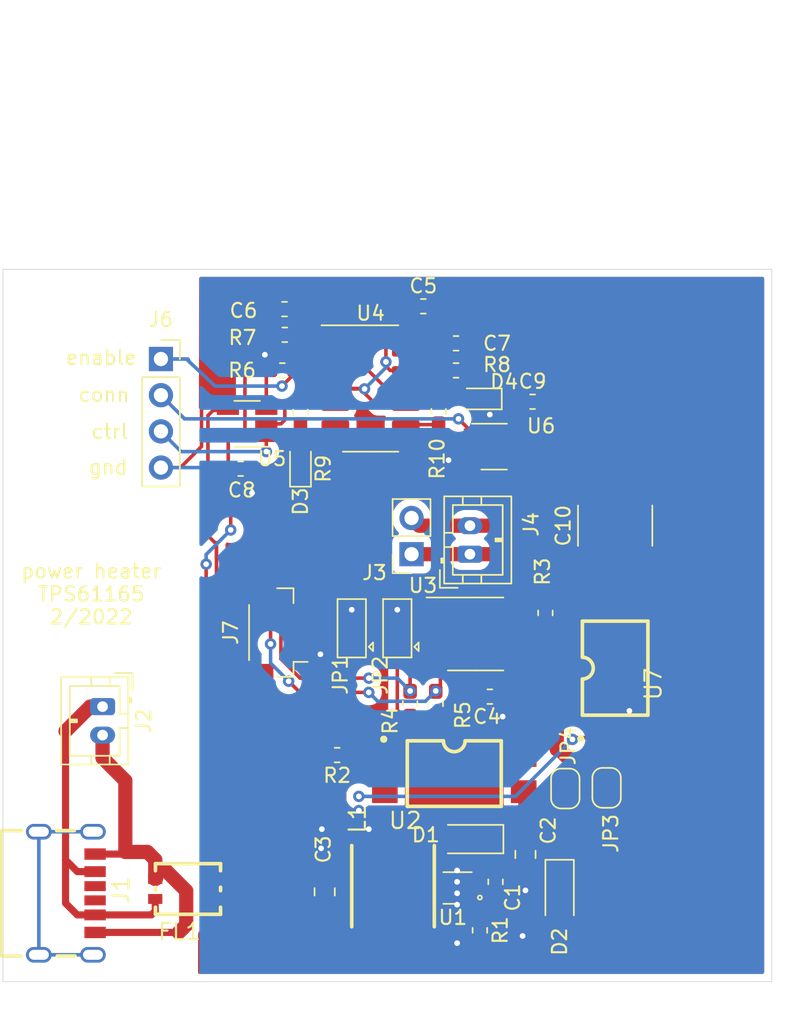
<source format=kicad_pcb>
(kicad_pcb (version 20171130) (host pcbnew "(5.1.5-0)")
  (layers (0 F.Cu signal) (31 B.Cu signal) (34 B.Paste user) (35 F.Paste user) (36 B.SilkS user) (37 F.SilkS user) (38 B.Mask user) (39 F.Mask user) (44 Edge.Cuts user))
  (net 0 "")
  (net 1 GND)
  (net 2 "Net-(C1-Pad1)")
  (net 3 "Net-(C2-Pad1)")
  (net 4 +5VD)
  (net 5 "Net-(D1-Pad2)")
  (net 6 "Net-(FL1-Pad1)")
  (net 7 "Net-(FL1-Pad2)")
  (net 8 "Net-(J1-PadA5)")
  (net 9 "Net-(J1-PadB5)")
  (net 10 "Net-(J1-Pad0)")
  (net 11 "Net-(C4-Pad1)")
  (net 12 /scl)
  (net 13 /sda)
  (net 14 "Net-(R3-Pad2)")
  (net 15 "Net-(JP2-Pad2)")
  (net 16 "Net-(JP1-Pad2)")
  (net 17 "Net-(D2-Pad2)")
  (net 18 "Net-(D2-Pad1)")
  (net 19 "Net-(U4-Pad8)")
  (net 20 "Net-(U4-Pad6)")
  (net 21 "Net-(C6-Pad1)")
  (net 22 "Net-(C7-Pad1)")
  (net 23 /Sheet620B7983/en_in)
  (net 24 /Sheet620B7983/connect_in)
  (net 25 /Sheet620B7983/ctrl_out)
  (net 26 /Sheet620B7983/ctrl_in)
  (net 27 /Sheet620B7983/connect_out)
  (net 28 "Net-(D3-Pad2)")
  (net 29 "Net-(D4-Pad2)")
  (net 30 "Net-(R9-Pad1)")
  (net 31 "Net-(R10-Pad1)")
  (net 32 "Net-(C10-Pad2)")
  (net 33 "Net-(C10-Pad1)")
  (net 34 "Net-(JP3-Pad2)")
  (net 35 "Net-(R2-Pad1)")
  (net 36 "Net-(U2-Pad2)")
  (module 0my_footprints:FILTER-SMD_4P-L4.5-W3.2-BL_CMF4532L_1812 (layer F.Cu) (at 129 83.5 180)
    (fp_text reference FL1 (at -1 -3) (layer F.SilkS) (effects (font (size 1.143 1.143) (thickness 0.152)) (justify right)))
    (fp_text value EMI_Filter_LL hide)
    (pad 2 smd rect (at 2.3 -0.7 180) (size 1 0.7) (layers F.Cu F.Paste F.Mask) (net 7 "Net-(FL1-Pad2)"))
    (pad 3 smd rect (at -2.3 -0.7 180) (size 1 0.7) (layers F.Cu F.Paste F.Mask) (net 4 +5VD))
    (pad 4 smd rect (at -2.3 0.7 180) (size 1 0.7) (layers F.Cu F.Paste F.Mask) (net 1 GND))
    (pad 1 smd rect (at 2.3 0.7 180) (size 1 0.7) (layers F.Cu F.Paste F.Mask) (net 6 "Net-(FL1-Pad1)"))
  )
  (module 0my_footprints:SMD-4_L4.6-W6.4-P2.54-LS10.0-BR (layer F.Cu) (at 159 68 270)
    (fp_text reference U7 (at -0.134 -2.674 90) (layer F.SilkS) (effects (font (size 1.143 1.143) (thickness 0.152)) (justify right)))
    (fp_text value KAQY212A hide)
    (pad 4 smd rect (at -4.876 1.27 270) (size 1.8 1.6) (layers F.Cu F.Paste F.Mask) (net 34 "Net-(JP3-Pad2)"))
    (pad 3 smd rect (at -4.876 -1.27 270) (size 1.8 1.6) (layers F.Cu F.Paste F.Mask) (net 32 "Net-(C10-Pad2)"))
    (pad 2 smd rect (at 4.876 -1.27 270) (size 1.8 1.6) (layers F.Cu F.Paste F.Mask) (net 1 GND))
    (pad 1 smd rect (at 4.876 1.27 270) (size 1.8 1.6) (layers F.Cu F.Paste F.Mask) (net 36 "Net-(U2-Pad2)"))
  )
  (module Resistor_SMD:R_0603_1608Metric_Pad1.05x0.95mm_HandSolder (layer F.Cu) (at 139.475 74.1 180)
    (fp_text reference R2 (at 0 -1.43) (layer F.SilkS))
    (fp_text value 200)
    (pad 2 smd roundrect (at 0.875 0 180) (size 1.05 0.95) (layers F.Cu F.Paste F.Mask) (net 27 /Sheet620B7983/connect_out))
    (pad 1 smd roundrect (at -0.875 0 180) (size 1.05 0.95) (layers F.Cu F.Paste F.Mask) (net 35 "Net-(R2-Pad1)"))
  )
  (module Capacitor_SMD:C_2220_5650Metric_Pad1.97x5.40mm_HandSolder (layer F.Cu) (at 159 58 90)
    (fp_text reference C10 (at 0 -3.65 90) (layer F.SilkS))
    (fp_text value 22uF)
    (pad 2 smd roundrect (at 2.6375 0 90) (size 1.975 5.4) (layers F.Cu F.Paste F.Mask) (roundrect_rratio 0.126582) (net 32 "Net-(C10-Pad2)"))
    (pad 1 smd roundrect (at -2.6375 0 90) (size 1.975 5.4) (layers F.Cu F.Paste F.Mask) (roundrect_rratio 0.126582) (net 33 "Net-(C10-Pad1)"))
  )
  (module Resistor_SMD:R_0603_1608Metric_Pad1.05x0.95mm_HandSolder (layer F.Cu) (at 146.6 49.975 90)
    (fp_text reference R10 (at -3.325 -0.1 90) (layer F.SilkS))
    (fp_text value 200)
    (pad 2 smd roundrect (at 0.875 0 90) (size 1.05 0.95) (layers F.Cu F.Paste F.Mask) (net 29 "Net-(D4-Pad2)"))
    (pad 1 smd roundrect (at -0.875 0 90) (size 1.05 0.95) (layers F.Cu F.Paste F.Mask) (net 31 "Net-(R10-Pad1)"))
  )
  (module Resistor_SMD:R_0603_1608Metric_Pad1.05x0.95mm_HandSolder (layer F.Cu) (at 136.9 50.025 270)
    (fp_text reference R9 (at 3.975 -1.6 270) (layer F.SilkS))
    (fp_text value 200)
    (pad 2 smd roundrect (at 0.875 0 270) (size 1.05 0.95) (layers F.Cu F.Paste F.Mask) (net 28 "Net-(D3-Pad2)"))
    (pad 1 smd roundrect (at -0.875 0 270) (size 1.05 0.95) (layers F.Cu F.Paste F.Mask) (net 30 "Net-(R9-Pad1)"))
  )
  (module LED_SMD:LED_0603_1608Metric_Pad1.05x0.95mm_HandSolder (layer F.Cu) (at 149.375 49.1 180)
    (fp_text reference D4 (at -1.825 1.2) (layer F.SilkS))
    (fp_text value LED)
    (pad 2 smd roundrect (at 0.875 0 180) (size 1.05 0.95) (layers F.Cu F.Paste F.Mask) (net 29 "Net-(D4-Pad2)"))
    (pad 1 smd roundrect (at -0.875 0 180) (size 1.05 0.95) (layers F.Cu F.Paste F.Mask) (net 1 GND))
  )
  (module LED_SMD:LED_0603_1608Metric_Pad1.05x0.95mm_HandSolder (layer F.Cu) (at 136.9 53.6 90)
    (fp_text reference D3 (at -2.7 0 90) (layer F.SilkS))
    (fp_text value LED)
    (pad 2 smd roundrect (at 0.875 0 90) (size 1.05 0.95) (layers F.Cu F.Paste F.Mask) (net 28 "Net-(D3-Pad2)"))
    (pad 1 smd roundrect (at -0.875 0 90) (size 1.05 0.95) (layers F.Cu F.Paste F.Mask) (net 1 GND))
  )
  (module Connector_PinSocket_2.54mm:PinSocket_1x04_P2.54mm_Vertical (layer F.Cu) (at 127.1 46.3)
    (fp_text reference J6 (at 0 -2.77) (layer F.SilkS))
    (fp_text value Conn_01x04_Female)
    (pad 4 thru_hole oval (at 0 7.62) (size 1.7 1.7) (drill 1) (layers *.Cu *.Mask) (net 1 GND))
    (pad 3 thru_hole oval (at 0 5.08) (size 1.7 1.7) (drill 1) (layers *.Cu *.Mask) (net 26 /Sheet620B7983/ctrl_in))
    (pad 2 thru_hole oval (at 0 2.54) (size 1.7 1.7) (drill 1) (layers *.Cu *.Mask) (net 24 /Sheet620B7983/connect_in))
    (pad 1 thru_hole rect (at 0 0) (size 1.7 1.7) (drill 1) (layers *.Cu *.Mask) (net 23 /Sheet620B7983/en_in))
  )
  (module Package_TO_SOT_SMD:SOT-23-5_HandSoldering (layer F.Cu) (at 150.5 52.45)
    (fp_text reference U6 (at 3.3 -1.45) (layer F.SilkS))
    (fp_text value 74AHC1G08)
    (pad 5 smd rect (at 1.35 -0.95) (size 1.56 0.65) (layers F.Cu F.Paste F.Mask) (net 4 +5VD))
    (pad 4 smd rect (at 1.35 0.95) (size 1.56 0.65) (layers F.Cu F.Paste F.Mask) (net 27 /Sheet620B7983/connect_out))
    (pad 3 smd rect (at -1.35 0.95) (size 1.56 0.65) (layers F.Cu F.Paste F.Mask) (net 1 GND))
    (pad 2 smd rect (at -1.35 0) (size 1.56 0.65) (layers F.Cu F.Paste F.Mask) (net 31 "Net-(R10-Pad1)"))
    (pad 1 smd rect (at -1.35 -0.95) (size 1.56 0.65) (layers F.Cu F.Paste F.Mask) (net 24 /Sheet620B7983/connect_in))
  )
  (module Package_TO_SOT_SMD:SOT-23-5_HandSoldering (layer F.Cu) (at 133.15 50.85 180)
    (fp_text reference U5 (at -1.75 -2.45) (layer F.SilkS))
    (fp_text value 74AHC1G08)
    (pad 5 smd rect (at 1.35 -0.95 180) (size 1.56 0.65) (layers F.Cu F.Paste F.Mask) (net 4 +5VD))
    (pad 4 smd rect (at 1.35 0.95 180) (size 1.56 0.65) (layers F.Cu F.Paste F.Mask) (net 25 /Sheet620B7983/ctrl_out))
    (pad 3 smd rect (at -1.35 0.95 180) (size 1.56 0.65) (layers F.Cu F.Paste F.Mask) (net 1 GND))
    (pad 2 smd rect (at -1.35 0 180) (size 1.56 0.65) (layers F.Cu F.Paste F.Mask) (net 30 "Net-(R9-Pad1)"))
    (pad 1 smd rect (at -1.35 -0.95 180) (size 1.56 0.65) (layers F.Cu F.Paste F.Mask) (net 26 /Sheet620B7983/ctrl_in))
  )
  (module Resistor_SMD:R_0603_1608Metric_Pad1.05x0.95mm_HandSolder (layer F.Cu) (at 147.825 47.1)
    (fp_text reference R8 (at 2.875 -0.4) (layer F.SilkS))
    (fp_text value 1K)
    (pad 2 smd roundrect (at 0.875 0) (size 1.05 0.95) (layers F.Cu F.Paste F.Mask) (net 4 +5VD))
    (pad 1 smd roundrect (at -0.875 0) (size 1.05 0.95) (layers F.Cu F.Paste F.Mask) (net 22 "Net-(C7-Pad1)"))
  )
  (module Resistor_SMD:R_0603_1608Metric_Pad1.05x0.95mm_HandSolder (layer F.Cu) (at 135.8 44.6 180)
    (fp_text reference R7 (at 2.975 -0.2) (layer F.SilkS))
    (fp_text value 1K)
    (pad 2 smd roundrect (at 0.875 0 180) (size 1.05 0.95) (layers F.Cu F.Paste F.Mask) (net 4 +5VD))
    (pad 1 smd roundrect (at -0.875 0 180) (size 1.05 0.95) (layers F.Cu F.Paste F.Mask) (net 21 "Net-(C6-Pad1)"))
  )
  (module Resistor_SMD:R_0603_1608Metric_Pad1.05x0.95mm_HandSolder (layer F.Cu) (at 135.625 47.1)
    (fp_text reference R6 (at -2.825 0) (layer F.SilkS))
    (fp_text value 1K)
    (pad 2 smd roundrect (at 0.875 0) (size 1.05 0.95) (layers F.Cu F.Paste F.Mask) (net 23 /Sheet620B7983/en_in))
    (pad 1 smd roundrect (at -0.875 0) (size 1.05 0.95) (layers F.Cu F.Paste F.Mask) (net 1 GND))
  )
  (module Capacitor_SMD:C_0603_1608Metric_Pad1.05x0.95mm_HandSolder (layer F.Cu) (at 153.2 49.3)
    (fp_text reference C9 (at 0 -1.43) (layer F.SilkS))
    (fp_text value 100nF)
    (pad 2 smd roundrect (at 0.875 0) (size 1.05 0.95) (layers F.Cu F.Paste F.Mask) (net 1 GND))
    (pad 1 smd roundrect (at -0.875 0) (size 1.05 0.95) (layers F.Cu F.Paste F.Mask) (net 4 +5VD))
  )
  (module Capacitor_SMD:C_0603_1608Metric_Pad1.05x0.95mm_HandSolder (layer F.Cu) (at 132.7 54)
    (fp_text reference C8 (at 0.075 1.5) (layer F.SilkS))
    (fp_text value 100nF)
    (pad 2 smd roundrect (at 0.875 0) (size 1.05 0.95) (layers F.Cu F.Paste F.Mask) (net 1 GND))
    (pad 1 smd roundrect (at -0.875 0) (size 1.05 0.95) (layers F.Cu F.Paste F.Mask) (net 4 +5VD))
  )
  (module Capacitor_SMD:C_0603_1608Metric_Pad1.05x0.95mm_HandSolder (layer F.Cu) (at 147.825 45.2)
    (fp_text reference C7 (at 2.875 0) (layer F.SilkS))
    (fp_text value 100nF)
    (pad 2 smd roundrect (at 0.875 0) (size 1.05 0.95) (layers F.Cu F.Paste F.Mask) (net 1 GND))
    (pad 1 smd roundrect (at -0.875 0) (size 1.05 0.95) (layers F.Cu F.Paste F.Mask) (net 22 "Net-(C7-Pad1)"))
  )
  (module Capacitor_SMD:C_0603_1608Metric_Pad1.05x0.95mm_HandSolder (layer F.Cu) (at 135.775 42.8 180)
    (fp_text reference C6 (at 2.875 -0.1) (layer F.SilkS))
    (fp_text value 100nF)
    (pad 2 smd roundrect (at 0.875 0 180) (size 1.05 0.95) (layers F.Cu F.Paste F.Mask) (net 1 GND))
    (pad 1 smd roundrect (at -0.875 0 180) (size 1.05 0.95) (layers F.Cu F.Paste F.Mask) (net 21 "Net-(C6-Pad1)"))
  )
  (module Capacitor_SMD:C_0603_1608Metric_Pad1.05x0.95mm_HandSolder (layer F.Cu) (at 145.525 42.6)
    (fp_text reference C5 (at 0 -1.43) (layer F.SilkS))
    (fp_text value 100nF)
    (pad 2 smd roundrect (at 0.875 0) (size 1.05 0.95) (layers F.Cu F.Paste F.Mask) (net 1 GND))
    (pad 1 smd roundrect (at -0.875 0) (size 1.05 0.95) (layers F.Cu F.Paste F.Mask) (net 4 +5VD))
  )
  (module Package_SO:SOIC-14_3.9x8.7mm_P1.27mm (layer F.Cu) (at 141.825 48.37)
    (fp_text reference U4 (at 0 -5.28) (layer F.SilkS))
    (fp_text value 74HC74)
    (pad 14 smd roundrect (at 2.475 -3.81) (size 1.95 0.6) (layers F.Cu F.Paste F.Mask) (net 4 +5VD))
    (pad 13 smd roundrect (at 2.475 -2.54) (size 1.95 0.6) (layers F.Cu F.Paste F.Mask) (net 22 "Net-(C7-Pad1)"))
    (pad 12 smd roundrect (at 2.475 -1.27) (size 1.95 0.6) (layers F.Cu F.Paste F.Mask) (net 4 +5VD))
    (pad 11 smd roundrect (at 2.475 0) (size 1.95 0.6) (layers F.Cu F.Paste F.Mask) (net 23 /Sheet620B7983/en_in))
    (pad 10 smd roundrect (at 2.475 1.27) (size 1.95 0.6) (layers F.Cu F.Paste F.Mask) (net 4 +5VD))
    (pad 9 smd roundrect (at 2.475 2.54) (size 1.95 0.6) (layers F.Cu F.Paste F.Mask) (net 31 "Net-(R10-Pad1)"))
    (pad 8 smd roundrect (at 2.475 3.81) (size 1.95 0.6) (layers F.Cu F.Paste F.Mask) (net 19 "Net-(U4-Pad8)"))
    (pad 7 smd roundrect (at -2.475 3.81) (size 1.95 0.6) (layers F.Cu F.Paste F.Mask) (net 1 GND))
    (pad 6 smd roundrect (at -2.475 2.54) (size 1.95 0.6) (layers F.Cu F.Paste F.Mask) (net 20 "Net-(U4-Pad6)"))
    (pad 5 smd roundrect (at -2.475 1.27) (size 1.95 0.6) (layers F.Cu F.Paste F.Mask) (net 30 "Net-(R9-Pad1)"))
    (pad 4 smd roundrect (at -2.475 0) (size 1.95 0.6) (layers F.Cu F.Paste F.Mask) (net 4 +5VD))
    (pad 3 smd roundrect (at -2.475 -1.27) (size 1.95 0.6) (layers F.Cu F.Paste F.Mask) (net 23 /Sheet620B7983/en_in))
    (pad 2 smd roundrect (at -2.475 -2.54) (size 1.95 0.6) (layers F.Cu F.Paste F.Mask) (net 4 +5VD))
    (pad 1 smd roundrect (at -2.475 -3.81) (size 1.95 0.6) (layers F.Cu F.Paste F.Mask) (net 21 "Net-(C6-Pad1)"))
  )
  (module Package_SO:SOIC-8_3.9x4.9mm_P1.27mm (layer F.Cu) (at 149.2 65.6)
    (fp_text reference U3 (at -3.7 -3.4) (layer F.SilkS))
    (fp_text value INA219AIDR)
    (pad 8 smd roundrect (at 2.475 -1.905) (size 1.95 0.6) (layers F.Cu F.Paste F.Mask) (net 14 "Net-(R3-Pad2)"))
    (pad 7 smd roundrect (at 2.475 -0.635) (size 1.95 0.6) (layers F.Cu F.Paste F.Mask) (net 33 "Net-(C10-Pad1)"))
    (pad 6 smd roundrect (at 2.475 0.635) (size 1.95 0.6) (layers F.Cu F.Paste F.Mask) (net 1 GND))
    (pad 5 smd roundrect (at 2.475 1.905) (size 1.95 0.6) (layers F.Cu F.Paste F.Mask) (net 11 "Net-(C4-Pad1)"))
    (pad 4 smd roundrect (at -2.475 1.905) (size 1.95 0.6) (layers F.Cu F.Paste F.Mask) (net 12 /scl))
    (pad 3 smd roundrect (at -2.475 0.635) (size 1.95 0.6) (layers F.Cu F.Paste F.Mask) (net 13 /sda))
    (pad 2 smd roundrect (at -2.475 -0.635) (size 1.95 0.6) (layers F.Cu F.Paste F.Mask) (net 15 "Net-(JP2-Pad2)"))
    (pad 1 smd roundrect (at -2.475 -1.905) (size 1.95 0.6) (layers F.Cu F.Paste F.Mask) (net 16 "Net-(JP1-Pad2)"))
  )
  (module Jumper:SolderJumper-2_P1.3mm_Open_RoundedPad1.0x1.5mm (layer F.Cu) (at 155.5 76.45 90)
    (fp_text reference JP4 (at 3 0.2 90) (layer F.SilkS))
    (fp_text value Jumper_2_Open)
    (pad 2 smd custom (at 0.65 0 90) (size 1 0.5) (layers F.Cu F.Mask) (net 34 "Net-(JP3-Pad2)") (options (clearance outline) (anchor rect)) (primitives (gr_circle (center 0 0.25) (end 0.5 0.25) (width 0)) (gr_circle (center 0 -0.25) (end 0.5 -0.25) (width 0)) (gr_poly (pts (xy 0 -0.75) (xy -0.5 -0.75) (xy -0.5 0.75) (xy 0 0.75)) (width 0))))
    (pad 1 smd custom (at -0.65 0 90) (size 1 0.5) (layers F.Cu F.Mask) (net 18 "Net-(D2-Pad1)") (options (clearance outline) (anchor rect)) (primitives (gr_circle (center 0 0.25) (end 0.5 0.25) (width 0)) (gr_circle (center 0 -0.25) (end 0.5 -0.25) (width 0)) (gr_poly (pts (xy 0 -0.75) (xy 0.5 -0.75) (xy 0.5 0.75) (xy 0 0.75)) (width 0))))
  )
  (module Jumper:SolderJumper-2_P1.3mm_Open_RoundedPad1.0x1.5mm (layer F.Cu) (at 158.4 76.4 90)
    (fp_text reference JP3 (at -3.2 0.3 90) (layer F.SilkS))
    (fp_text value Jumper_2_Open)
    (pad 2 smd custom (at 0.65 0 90) (size 1 0.5) (layers F.Cu F.Mask) (net 34 "Net-(JP3-Pad2)") (options (clearance outline) (anchor rect)) (primitives (gr_circle (center 0 0.25) (end 0.5 0.25) (width 0)) (gr_circle (center 0 -0.25) (end 0.5 -0.25) (width 0)) (gr_poly (pts (xy 0 -0.75) (xy -0.5 -0.75) (xy -0.5 0.75) (xy 0 0.75)) (width 0))))
    (pad 1 smd custom (at -0.65 0 90) (size 1 0.5) (layers F.Cu F.Mask) (net 17 "Net-(D2-Pad2)") (options (clearance outline) (anchor rect)) (primitives (gr_circle (center 0 0.25) (end 0.5 0.25) (width 0)) (gr_circle (center 0 -0.25) (end 0.5 -0.25) (width 0)) (gr_poly (pts (xy 0 -0.75) (xy 0.5 -0.75) (xy 0.5 0.75) (xy 0 0.75)) (width 0))))
  )
  (module Diode_SMD:D_SOD-123 (layer F.Cu) (at 155.1 83.7 270)
    (fp_text reference D2 (at 3.5 0 90) (layer F.SilkS))
    (fp_text value BZT52C6V8)
    (pad 2 smd rect (at 1.65 0 270) (size 0.9 1.2) (layers F.Cu F.Paste F.Mask) (net 17 "Net-(D2-Pad2)"))
    (pad 1 smd rect (at -1.65 0 270) (size 0.9 1.2) (layers F.Cu F.Paste F.Mask) (net 18 "Net-(D2-Pad1)"))
  )
  (module 0my_footprints:SMD-4_L4.6-W6.4-P2.54-LS10.0-BR (layer F.Cu) (at 147.7 75.4 180)
    (fp_text reference U2 (at 2.2 -3.3) (layer F.SilkS) (effects (font (size 1.143 1.143) (thickness 0.152)) (justify right)))
    (fp_text value KAQY212A hide)
    (pad 4 smd rect (at -4.876 1.27 180) (size 1.8 1.6) (layers F.Cu F.Paste F.Mask) (net 14 "Net-(R3-Pad2)"))
    (pad 3 smd rect (at -4.876 -1.27 180) (size 1.8 1.6) (layers F.Cu F.Paste F.Mask) (net 3 "Net-(C2-Pad1)"))
    (pad 2 smd rect (at 4.876 -1.27 180) (size 1.8 1.6) (layers F.Cu F.Paste F.Mask) (net 36 "Net-(U2-Pad2)"))
    (pad 1 smd rect (at 4.876 1.27 180) (size 1.8 1.6) (layers F.Cu F.Paste F.Mask) (net 35 "Net-(R2-Pad1)"))
  )
  (module 0my_footprints:IND-SMD_L4.7-W4.7 (layer F.Cu) (at 143.4 83.3 90)
    (fp_text reference L1 (at 3.6 -2.5 90) (layer F.SilkS) (effects (font (size 1.143 1.143) (thickness 0.152)) (justify left)))
    (fp_text value 10uH hide)
    (pad 2 smd rect (at 1.7 0 90) (size 2 5.3) (layers F.Cu F.Paste F.Mask) (net 5 "Net-(D1-Pad2)"))
    (pad 1 smd rect (at -1.7 0 90) (size 2 5.3) (layers F.Cu F.Paste F.Mask) (net 4 +5VD))
  )
  (module Jumper:SolderJumper-3_P1.3mm_Open_Pad1.0x1.5mm (layer F.Cu) (at 143.7 65.2 90)
    (fp_text reference JP2 (at -3.3 -1.2 90) (layer F.SilkS))
    (fp_text value Jumper_3_Open)
    (pad 1 smd rect (at -1.3 0 90) (size 1 1.5) (layers F.Cu F.Mask) (net 11 "Net-(C4-Pad1)"))
    (pad 2 smd rect (at 0 0 90) (size 1 1.5) (layers F.Cu F.Mask) (net 15 "Net-(JP2-Pad2)"))
    (pad 3 smd rect (at 1.3 0 90) (size 1 1.5) (layers F.Cu F.Mask) (net 1 GND))
  )
  (module Jumper:SolderJumper-3_P1.3mm_Open_Pad1.0x1.5mm (layer F.Cu) (at 140.5 65.2 90)
    (fp_text reference JP1 (at -3.3 -0.8 90) (layer F.SilkS))
    (fp_text value Jumper_3_Open)
    (pad 1 smd rect (at -1.3 0 90) (size 1 1.5) (layers F.Cu F.Mask) (net 11 "Net-(C4-Pad1)"))
    (pad 2 smd rect (at 0 0 90) (size 1 1.5) (layers F.Cu F.Mask) (net 16 "Net-(JP1-Pad2)"))
    (pad 3 smd rect (at 1.3 0 90) (size 1 1.5) (layers F.Cu F.Mask) (net 1 GND))
  )
  (module Resistor_SMD:R_0603_1608Metric_Pad1.05x0.95mm_HandSolder (layer F.Cu) (at 146.4 70.5 270)
    (fp_text reference R5 (at 0.8 -1.9 90) (layer F.SilkS))
    (fp_text value 4.99K)
    (pad 2 smd roundrect (at 0.875 0 270) (size 1.05 0.95) (layers F.Cu F.Paste F.Mask) (net 11 "Net-(C4-Pad1)"))
    (pad 1 smd roundrect (at -0.875 0 270) (size 1.05 0.95) (layers F.Cu F.Paste F.Mask) (net 12 /scl))
  )
  (module Resistor_SMD:R_0603_1608Metric_Pad1.05x0.95mm_HandSolder (layer F.Cu) (at 144.6 70.5 270)
    (fp_text reference R4 (at 1.175 1.4 90) (layer F.SilkS))
    (fp_text value 4.99K)
    (pad 2 smd roundrect (at 0.875 0 270) (size 1.05 0.95) (layers F.Cu F.Paste F.Mask) (net 11 "Net-(C4-Pad1)"))
    (pad 1 smd roundrect (at -0.875 0 270) (size 1.05 0.95) (layers F.Cu F.Paste F.Mask) (net 13 /sda))
  )
  (module Resistor_SMD:R_0603_1608Metric_Pad1.05x0.95mm_HandSolder (layer F.Cu) (at 154.1 64.125 270)
    (fp_text reference R3 (at -2.9 0.2 90) (layer F.SilkS))
    (fp_text value 1)
    (pad 2 smd roundrect (at 0.875 0 270) (size 1.05 0.95) (layers F.Cu F.Paste F.Mask) (net 14 "Net-(R3-Pad2)"))
    (pad 1 smd roundrect (at -0.875 0 270) (size 1.05 0.95) (layers F.Cu F.Paste F.Mask) (net 33 "Net-(C10-Pad1)"))
  )
  (module Connector_JST:JST_SH_BM04B-SRSS-TB_1x04-1MP_P1.00mm_Vertical (layer F.Cu) (at 135.3 65.5 90)
    (fp_text reference J7 (at 0 -3.3 90) (layer F.SilkS))
    (fp_text value A1001WV-S-04P)
    (pad MP smd roundrect (at 2.8 -1.2 90) (size 1.2 1.8) (layers F.Cu F.Paste F.Mask) (roundrect_rratio 0.208333))
    (pad MP smd roundrect (at -2.8 -1.2 90) (size 1.2 1.8) (layers F.Cu F.Paste F.Mask) (roundrect_rratio 0.208333))
    (pad 4 smd roundrect (at 1.5 1.325 90) (size 0.6 1.55) (layers F.Cu F.Paste F.Mask) (net 12 /scl))
    (pad 3 smd roundrect (at 0.5 1.325 90) (size 0.6 1.55) (layers F.Cu F.Paste F.Mask) (net 13 /sda))
    (pad 2 smd roundrect (at -0.5 1.325 90) (size 0.6 1.55) (layers F.Cu F.Paste F.Mask) (net 11 "Net-(C4-Pad1)"))
    (pad 1 smd roundrect (at -1.5 1.325 90) (size 0.6 1.55) (layers F.Cu F.Paste F.Mask) (net 1 GND))
  )
  (module Capacitor_SMD:C_0603_1608Metric_Pad1.05x0.95mm_HandSolder (layer F.Cu) (at 150.2 70)
    (fp_text reference C4 (at -0.2 1.4) (layer F.SilkS))
    (fp_text value 100nF)
    (pad 2 smd roundrect (at 0.875 0) (size 1.05 0.95) (layers F.Cu F.Paste F.Mask) (net 1 GND))
    (pad 1 smd roundrect (at -0.875 0) (size 1.05 0.95) (layers F.Cu F.Paste F.Mask) (net 11 "Net-(C4-Pad1)"))
  )
  (module Package_SON:WSON-6-1EP_2x2mm_P0.65mm_EP1x1.6mm (layer F.Cu) (at 147.93 83.43 180)
    (fp_text reference U1 (at 0.33 -2.07) (layer F.SilkS))
    (fp_text value TPS61165)
    (pad 7 smd rect (at 0 0 180) (size 1 1.6) (layers F.Cu F.Mask) (net 1 GND))
    (pad 6 smd roundrect (at 0.8875 -0.65 180) (size 0.375 0.4) (layers F.Cu F.Paste F.Mask) (net 4 +5VD))
    (pad 5 smd roundrect (at 0.8875 0 180) (size 0.375 0.4) (layers F.Cu F.Paste F.Mask) (net 25 /Sheet620B7983/ctrl_out))
    (pad 4 smd roundrect (at 0.8875 0.65 180) (size 0.375 0.4) (layers F.Cu F.Paste F.Mask) (net 5 "Net-(D1-Pad2)"))
    (pad 3 smd roundrect (at -0.8875 0.65 180) (size 0.375 0.4) (layers F.Cu F.Paste F.Mask) (net 1 GND))
    (pad 2 smd roundrect (at -0.8875 0 180) (size 0.375 0.4) (layers F.Cu F.Paste F.Mask) (net 2 "Net-(C1-Pad1)"))
    (pad 1 smd roundrect (at -0.8875 -0.65 180) (size 0.375 0.4) (layers F.Cu F.Paste F.Mask) (net 17 "Net-(D2-Pad2)"))
  )
  (module Resistor_SMD:R_0603_1608Metric_Pad1.05x0.95mm_HandSolder (layer F.Cu) (at 149.5 86.4 270)
    (fp_text reference R1 (at 0 -1.43 90) (layer F.SilkS))
    (fp_text value 1)
    (pad 2 smd roundrect (at 0.875 0 270) (size 1.05 0.95) (layers F.Cu F.Paste F.Mask) (net 1 GND))
    (pad 1 smd roundrect (at -0.875 0 270) (size 1.05 0.95) (layers F.Cu F.Paste F.Mask) (net 17 "Net-(D2-Pad2)"))
  )
  (module Connector_JST:JST_PH_B2B-PH-K_1x02_P2.00mm_Vertical (layer F.Cu) (at 148.8 60 90)
    (fp_text reference J4 (at 2.1 4.3 90) (layer F.SilkS))
    (fp_text value A2001WV-2P)
    (pad 2 thru_hole oval (at 2 0 90) (size 1.2 1.75) (drill 0.75) (layers *.Cu *.Mask) (net 32 "Net-(C10-Pad2)"))
    (pad 1 thru_hole roundrect (at 0 0 90) (size 1.2 1.75) (drill 0.75) (layers *.Cu *.Mask) (roundrect_rratio 0.208333) (net 33 "Net-(C10-Pad1)"))
  )
  (module Connector_PinSocket_2.54mm:PinSocket_1x02_P2.54mm_Vertical (layer F.Cu) (at 144.7 60 180)
    (fp_text reference J3 (at 2.6 -1.3) (layer F.SilkS))
    (fp_text value Conn_01x02_Female)
    (pad 2 thru_hole oval (at 0 2.54 180) (size 1.7 1.7) (drill 1) (layers *.Cu *.Mask) (net 32 "Net-(C10-Pad2)"))
    (pad 1 thru_hole rect (at 0 0 180) (size 1.7 1.7) (drill 1) (layers *.Cu *.Mask) (net 33 "Net-(C10-Pad1)"))
  )
  (module Connector_JST:JST_PH_B2B-PH-K_1x02_P2.00mm_Vertical (layer F.Cu) (at 123 70.7 270)
    (fp_text reference J2 (at 1 -2.9 90) (layer F.SilkS))
    (fp_text value A2001WV-2P)
    (pad 2 thru_hole oval (at 2 0 270) (size 1.2 1.75) (drill 0.75) (layers *.Cu *.Mask) (net 6 "Net-(FL1-Pad1)"))
    (pad 1 thru_hole roundrect (at 0 0 270) (size 1.2 1.75) (drill 0.75) (layers *.Cu *.Mask) (roundrect_rratio 0.208333) (net 7 "Net-(FL1-Pad2)"))
  )
  (module 0my_footprints:USB-C-KoreanHroparts (layer F.Cu) (at 120.5 83.8 270)
    (fp_text reference J1 (at -1.3 -3.8 90) (layer F.SilkS) (effects (font (size 1.143 1.143) (thickness 0.152)) (justify right)))
    (fp_text value USB_C_KoreanHroparts_6P hide)
    (pad 0 thru_hole oval (at -4.32 1.975 270) (size 1.1 1.8) (drill oval 0.7 1.401) (layers *.Cu *.Paste *.Mask) (net 10 "Net-(J1-Pad0)"))
    (pad 0 thru_hole oval (at 4.32 1.975 270) (size 1.1 1.8) (drill oval 0.7 1.401) (layers *.Cu *.Paste *.Mask) (net 10 "Net-(J1-Pad0)"))
    (pad 0 thru_hole oval (at -4.32 -1.825 270) (size 1.1 1.8) (drill oval 0.7 1.401) (layers *.Cu *.Paste *.Mask) (net 10 "Net-(J1-Pad0)"))
    (pad 0 thru_hole oval (at 4.32 -1.825 270) (size 1.1 1.8) (drill oval 0.7 1.401) (layers *.Cu *.Paste *.Mask) (net 10 "Net-(J1-Pad0)"))
    (pad B12 smd rect (at -2.75 -1.975 270) (size 0.8 1.5) (layers F.Cu F.Paste F.Mask) (net 6 "Net-(FL1-Pad1)"))
    (pad B9 smd rect (at -1.52 -1.975 270) (size 0.76 1.5) (layers F.Cu F.Paste F.Mask) (net 7 "Net-(FL1-Pad2)"))
    (pad A5 smd rect (at -0.5 -1.975 270) (size 0.7 1.5) (layers F.Cu F.Paste F.Mask) (net 8 "Net-(J1-PadA5)"))
    (pad B5 smd rect (at 0.5 -1.975 270) (size 0.7 1.5) (layers F.Cu F.Paste F.Mask) (net 9 "Net-(J1-PadB5)"))
    (pad A9 smd rect (at 1.52 -1.975 270) (size 0.76 1.5) (layers F.Cu F.Paste F.Mask) (net 7 "Net-(FL1-Pad2)"))
    (pad A12 smd rect (at 2.75 -1.975 270) (size 0.8 1.5) (layers F.Cu F.Paste F.Mask) (net 6 "Net-(FL1-Pad1)"))
  )
  (module Diode_SMD:D_SOD-123 (layer F.Cu) (at 148.9 80 180)
    (fp_text reference D1 (at 3.2 0.3) (layer F.SilkS))
    (fp_text value MBR0540)
    (pad 2 smd rect (at 1.65 0 180) (size 0.9 1.2) (layers F.Cu F.Paste F.Mask) (net 5 "Net-(D1-Pad2)"))
    (pad 1 smd rect (at -1.65 0 180) (size 0.9 1.2) (layers F.Cu F.Paste F.Mask) (net 3 "Net-(C2-Pad1)"))
  )
  (module Capacitor_SMD:C_0805_2012Metric_Pad1.15x1.40mm_HandSolder (layer F.Cu) (at 138.6 83.7 90)
    (fp_text reference C3 (at 2.975 -0.1 90) (layer F.SilkS))
    (fp_text value 4.7uF_0805_25V)
    (pad 2 smd roundrect (at 1.025 0 90) (size 1.15 1.4) (layers F.Cu F.Paste F.Mask) (roundrect_rratio 0.217391) (net 1 GND))
    (pad 1 smd roundrect (at -1.025 0 90) (size 1.15 1.4) (layers F.Cu F.Paste F.Mask) (roundrect_rratio 0.217391) (net 4 +5VD))
  )
  (module Capacitor_SMD:C_0805_2012Metric_Pad1.15x1.40mm_HandSolder (layer F.Cu) (at 152.7 81.075 270)
    (fp_text reference C2 (at -1.675 -1.6 90) (layer F.SilkS))
    (fp_text value 1uF_0805_50V)
    (pad 2 smd roundrect (at 1.025 0 270) (size 1.15 1.4) (layers F.Cu F.Paste F.Mask) (roundrect_rratio 0.217391) (net 1 GND))
    (pad 1 smd roundrect (at -1.025 0 270) (size 1.15 1.4) (layers F.Cu F.Paste F.Mask) (roundrect_rratio 0.217391) (net 3 "Net-(C2-Pad1)"))
  )
  (module Capacitor_SMD:C_0603_1608Metric_Pad1.05x0.95mm_HandSolder (layer F.Cu) (at 150.6 83 90)
    (fp_text reference C1 (at -1.1 1.2 90) (layer F.SilkS))
    (fp_text value 220nF)
    (pad 2 smd roundrect (at 0.875 0 90) (size 1.05 0.95) (layers F.Cu F.Paste F.Mask) (net 1 GND))
    (pad 1 smd roundrect (at -0.875 0 90) (size 1.05 0.95) (layers F.Cu F.Paste F.Mask) (net 2 "Net-(C1-Pad1)"))
  )
  (gr_circle (center 149.5 84.1) (end 149.6 84.2) (layer F.SilkS) (width 0.12))
  (gr_text enable (at 122.9 46.2) (layer F.SilkS) (effects (font (size 1 1))))
  (gr_text gnd (at 123.4 53.9) (layer F.SilkS) (effects (font (size 1 1))))
  (gr_text conn (at 123.1 48.8) (layer F.SilkS) (effects (font (size 1 1))))
  (gr_text ctrl (at 123.5 51.4) (layer F.SilkS) (effects (font (size 1 1))))
  (gr_text "power heater\nTPS61165\n2/2022\n" (at 122.2 62.8) (layer F.SilkS) (effects (font (size 1 1))))
  (gr_line (start 116 90) (end 116 40) (layer Edge.Cuts) (width 0.05))
  (gr_line (start 170 90) (end 116 90) (layer Edge.Cuts) (width 0.05))
  (gr_line (start 170 40) (end 170 90) (layer Edge.Cuts) (width 0.05))
  (gr_line (start 116 40) (end 170 40) (layer Edge.Cuts) (width 0.05))
  (via (at 147.9 83.8) (size 0.8) (drill 0.4) (layers F.Cu B.Cu) (net 1))
  (via (at 147.9 83) (size 0.8) (drill 0.4) (layers F.Cu B.Cu) (net 1))
  (segment (start 152.7 82.1) (end 150.8 82.1) (width 1) (layer F.Cu) (net 1))
  (segment (start 150.125 82.3) (end 149.325 81.5) (width 0.25) (layer F.Cu) (net 1))
  (segment (start 150.125 82.3) (end 150.6 82.3) (width 0.25) (layer F.Cu) (net 1))
  (segment (start 150.025 81.2) (end 149.9 81.2) (width 0.25) (layer F.Cu) (net 1))
  (segment (start 149.9 81.2) (end 150.8 82.1) (width 0.25) (layer F.Cu) (net 1))
  (segment (start 150.6 81.775) (end 150.025 81.2) (width 0.25) (layer F.Cu) (net 1))
  (segment (start 150.6 82.3) (end 150.6 81.775) (width 0.25) (layer F.Cu) (net 1))
  (segment (start 150.12 82.78) (end 150.6 82.3) (width 0.25) (layer F.Cu) (net 1))
  (segment (start 148.8175 82.78) (end 150.12 82.78) (width 0.25) (layer F.Cu) (net 1))
  (via (at 147.9 84.6) (size 0.8) (drill 0.4) (layers F.Cu B.Cu) (net 1))
  (via (at 147.9 82.2) (size 0.8) (drill 0.4) (layers F.Cu B.Cu) (net 1))
  (via (at 147.9 87.3) (size 0.8) (drill 0.4) (layers F.Cu B.Cu) (net 1))
  (via (at 152.7 83.6) (size 0.8) (drill 0.4) (layers F.Cu B.Cu) (net 1))
  (via (at 152.5 86.8) (size 0.8) (drill 0.4) (layers F.Cu B.Cu) (net 1))
  (segment (start 135.682 82.675) (end 135.237 82.23) (width 0.25) (layer F.Cu) (net 1))
  (segment (start 138.6 82.675) (end 135.682 82.675) (width 0.25) (layer F.Cu) (net 1))
  (segment (start 138.6 82.675) (end 138.6 80.9) (width 0.25) (layer F.Cu) (net 1))
  (segment (start 138.6 80.9) (end 138.35 80.65) (width 0.25) (layer F.Cu) (net 1))
  (segment (start 150.125 82.3) (end 148.9 81.075) (width 1) (layer F.Cu) (net 1))
  (segment (start 148.9 81.075) (end 148.9 80.5) (width 1) (layer F.Cu) (net 1))
  (via (at 138.4 79.3) (size 0.8) (drill 0.4) (layers F.Cu B.Cu) (net 1))
  (via (at 141.7 79.3) (size 0.8) (drill 0.4) (layers F.Cu B.Cu) (net 1))
  (segment (start 138.35 80.65) (end 137.9 80.2) (width 0.25) (layer F.Cu) (net 1))
  (via (at 138.35 80.65) (size 0.8) (drill 0.4) (layers F.Cu B.Cu) (net 1))
  (via (at 141 78) (size 0.8) (drill 0.4) (layers F.Cu B.Cu) (net 1))
  (via (at 151.1 71.4) (size 0.8) (drill 0.4) (layers F.Cu B.Cu) (net 1))
  (segment (start 151.075 71.275) (end 151.1 71.3) (width 0.25) (layer F.Cu) (net 1))
  (segment (start 151.075 70) (end 151.075 71.275) (width 0.25) (layer F.Cu) (net 1))
  (via (at 143.7 63.9) (size 0.8) (drill 0.4) (layers F.Cu B.Cu) (net 1))
  (via (at 140.5 63.9) (size 0.8) (drill 0.4) (layers F.Cu B.Cu) (net 1))
  (via (at 138.3 67.025) (size 0.8) (drill 0.4) (layers F.Cu B.Cu) (net 1))
  (segment (start 138.275 67) (end 138.3 67.025) (width 0.25) (layer F.Cu) (net 1))
  (segment (start 136.625 67) (end 138.275 67) (width 0.25) (layer F.Cu) (net 1))
  (segment (start 152.97501 68.62499) (end 152.97501 66.56001) (width 0.25) (layer F.Cu) (net 1))
  (segment (start 152.65 66.235) (end 151.675 66.235) (width 0.25) (layer F.Cu) (net 1))
  (segment (start 151.6 70) (end 152.97501 68.62499) (width 0.25) (layer F.Cu) (net 1))
  (segment (start 152.97501 66.56001) (end 152.65 66.235) (width 0.25) (layer F.Cu) (net 1))
  (segment (start 151.075 70) (end 151.6 70) (width 0.25) (layer F.Cu) (net 1))
  (segment (start 140.5 64.825) (end 138.3 67.025) (width 0.25) (layer B.Cu) (net 1))
  (segment (start 140.5 63.9) (end 140.5 64.825) (width 0.25) (layer B.Cu) (net 1))
  (segment (start 140.5 63.9) (end 143.7 63.9) (width 0.25) (layer B.Cu) (net 1))
  (segment (start 143.7 64) (end 143.7 63.9) (width 0.25) (layer B.Cu) (net 1))
  (segment (start 151.1 71.4) (end 143.7 64) (width 0.25) (layer B.Cu) (net 1))
  (segment (start 150.25 49.1) (end 150.25 49.575) (width 0.25) (layer F.Cu) (net 1))
  (via (at 150.2 50.2) (size 0.8) (drill 0.4) (layers F.Cu B.Cu) (net 1))
  (segment (start 150.25 50.15) (end 150.2 50.2) (width 0.25) (layer F.Cu) (net 1))
  (segment (start 150.25 49.1) (end 150.25 50.15) (width 0.25) (layer F.Cu) (net 1))
  (segment (start 134.5 47.35) (end 134.75 47.1) (width 0.25) (layer F.Cu) (net 1))
  (segment (start 134.5 49.9) (end 134.5 47.35) (width 0.25) (layer F.Cu) (net 1))
  (segment (start 149.890002 53.4) (end 150.7 52.590002) (width 0.25) (layer F.Cu) (net 1))
  (segment (start 149.15 53.4) (end 149.890002 53.4) (width 0.25) (layer F.Cu) (net 1))
  (segment (start 150.7 50.7) (end 150.2 50.2) (width 0.25) (layer F.Cu) (net 1))
  (segment (start 150.7 52.590002) (end 150.7 50.7) (width 0.25) (layer F.Cu) (net 1))
  (segment (start 127.1 53.92) (end 128.46999 53.92) (width 0.25) (layer F.Cu) (net 1))
  (segment (start 127.1 53.92) (end 131.62 53.92) (width 0.25) (layer B.Cu) (net 1))
  (segment (start 131.62 53.92) (end 133.4 55.7) (width 0.25) (layer B.Cu) (net 1))
  (segment (start 129.94999 52.44) (end 129.94999 46.35001) (width 0.25) (layer F.Cu) (net 1))
  (segment (start 128.46999 53.92) (end 129.94999 52.44) (width 0.25) (layer F.Cu) (net 1))
  (segment (start 129.94999 46.35001) (end 131.2 45.1) (width 0.25) (layer F.Cu) (net 1))
  (via (at 133.5 55.7) (size 0.8) (drill 0.4) (layers F.Cu B.Cu) (net 1))
  (segment (start 133.575 55.625) (end 133.5 55.7) (width 0.25) (layer F.Cu) (net 1))
  (segment (start 133.575 54) (end 133.575 55.625) (width 0.25) (layer F.Cu) (net 1))
  (via (at 147.3 53.4) (size 0.8) (drill 0.4) (layers F.Cu B.Cu) (net 1))
  (segment (start 149.15 53.4) (end 147.3 53.4) (width 0.25) (layer F.Cu) (net 1))
  (via (at 134.4 46) (size 0.8) (drill 0.4) (layers F.Cu B.Cu) (net 1))
  (segment (start 134.75 46.35) (end 134.4 46) (width 0.25) (layer F.Cu) (net 1))
  (segment (start 134.75 47.1) (end 134.75 46.35) (width 0.25) (layer F.Cu) (net 1))
  (via (at 160 71) (size 0.8) (drill 0.4) (layers F.Cu B.Cu) (net 1))
  (segment (start 160.27 71.27) (end 160 71) (width 1) (layer F.Cu) (net 1))
  (segment (start 160.27 72.876) (end 160.27 71.27) (width 1) (layer F.Cu) (net 1))
  (segment (start 131.3 82.8) (end 134.2 82.8) (width 1) (layer F.Cu) (net 1))
  (segment (start 134.2 82.8) (end 135 82) (width 1) (layer F.Cu) (net 1))
  (segment (start 149.98 83.43) (end 148.8175 83.43) (width 0.25) (layer F.Cu) (net 2))
  (segment (start 150.6 84.05) (end 149.98 83.43) (width 0.25) (layer F.Cu) (net 2))
  (segment (start 152.65 80) (end 152.7 80.05) (width 1) (layer F.Cu) (net 3))
  (segment (start 150.55 80) (end 152.65 80) (width 1) (layer F.Cu) (net 3))
  (segment (start 152.7 76.794) (end 152.576 76.67) (width 1) (layer F.Cu) (net 3))
  (segment (start 152.7 80.05) (end 152.7 76.794) (width 1) (layer F.Cu) (net 3))
  (segment (start 143.17 84.77) (end 143.4 85) (width 1) (layer F.Cu) (net 4))
  (segment (start 135.237 84.77) (end 143.17 84.77) (width 1) (layer F.Cu) (net 4))
  (segment (start 146.5 85) (end 146.729999 84.770001) (width 1) (layer F.Cu) (net 4))
  (segment (start 146.729999 84.770001) (end 146.729999 84.33001) (width 1) (layer F.Cu) (net 4))
  (segment (start 143.4 85) (end 146.5 85) (width 1) (layer F.Cu) (net 4))
  (segment (start 135.68 45.83) (end 134.925 45.075) (width 0.25) (layer F.Cu) (net 4))
  (segment (start 134.925 45.075) (end 134.925 44.6) (width 0.25) (layer F.Cu) (net 4))
  (segment (start 139.35 45.83) (end 135.68 45.83) (width 0.25) (layer F.Cu) (net 4))
  (segment (start 144.3 42.95) (end 144.65 42.6) (width 0.25) (layer F.Cu) (net 4))
  (segment (start 144.3 44.56) (end 144.3 42.95) (width 0.25) (layer F.Cu) (net 4))
  (segment (start 151.85 49.775) (end 152.325 49.3) (width 0.25) (layer F.Cu) (net 4))
  (segment (start 151.85 51.5) (end 151.85 49.775) (width 0.25) (layer F.Cu) (net 4))
  (segment (start 144.3 47.1) (end 143.2 47.1) (width 0.25) (layer F.Cu) (net 4))
  (segment (start 143.2 47.1) (end 142.9 46.8) (width 0.25) (layer F.Cu) (net 4))
  (segment (start 143.14 44.56) (end 144.3 44.56) (width 0.25) (layer F.Cu) (net 4))
  (segment (start 142.9 44.8) (end 143.14 44.56) (width 0.25) (layer F.Cu) (net 4))
  (segment (start 145.275 47.1) (end 146.075 47.9) (width 0.25) (layer F.Cu) (net 4))
  (segment (start 144.3 47.1) (end 145.275 47.1) (width 0.25) (layer F.Cu) (net 4))
  (segment (start 146.075 47.9) (end 147.9 47.9) (width 0.25) (layer F.Cu) (net 4))
  (segment (start 147.9 47.9) (end 148.7 47.1) (width 0.25) (layer F.Cu) (net 4))
  (segment (start 149.225 47.1) (end 148.7 47.1) (width 0.25) (layer F.Cu) (net 4))
  (segment (start 149.6 47.1) (end 149.225 47.1) (width 0.25) (layer F.Cu) (net 4))
  (segment (start 151.8 49.3) (end 149.6 47.1) (width 0.25) (layer F.Cu) (net 4))
  (segment (start 152.325 49.3) (end 151.8 49.3) (width 0.25) (layer F.Cu) (net 4))
  (segment (start 131.825 51.825) (end 131.8 51.8) (width 0.25) (layer F.Cu) (net 4))
  (segment (start 131.825 54) (end 131.825 51.825) (width 0.25) (layer F.Cu) (net 4))
  (segment (start 132.83 51.8) (end 133 51.63) (width 0.25) (layer F.Cu) (net 4))
  (segment (start 131.8 51.8) (end 132.83 51.8) (width 0.25) (layer F.Cu) (net 4))
  (segment (start 133 46) (end 134.4 44.6) (width 0.25) (layer F.Cu) (net 4))
  (segment (start 134.4 44.6) (end 134.925 44.6) (width 0.25) (layer F.Cu) (net 4))
  (segment (start 133 51.63) (end 133 46) (width 0.25) (layer F.Cu) (net 4))
  (segment (start 139.35 48.37) (end 140.57 48.37) (width 0.25) (layer F.Cu) (net 4))
  (segment (start 140.57 48.37) (end 140.6 48.4) (width 0.25) (layer F.Cu) (net 4))
  (segment (start 140.6 48.4) (end 141.1 48.4) (width 0.25) (layer F.Cu) (net 4))
  (segment (start 142.34 49.64) (end 144.3 49.64) (width 0.25) (layer F.Cu) (net 4))
  (segment (start 141.1 48.4) (end 142.34 49.64) (width 0.25) (layer F.Cu) (net 4))
  (via (at 141.4 48.4) (size 0.8) (drill 0.4) (layers F.Cu B.Cu) (net 4))
  (segment (start 141.37 48.37) (end 141.4 48.4) (width 0.25) (layer F.Cu) (net 4))
  (segment (start 139.35 48.37) (end 141.37 48.37) (width 0.25) (layer F.Cu) (net 4))
  (via (at 142.9 46.5) (size 0.8) (drill 0.4) (layers F.Cu B.Cu) (net 4))
  (segment (start 142.9 46.5) (end 142.9 44.8) (width 0.25) (layer F.Cu) (net 4))
  (segment (start 142.9 46.9) (end 142.9 46.5) (width 0.25) (layer B.Cu) (net 4))
  (segment (start 141.4 48.4) (end 142.9 46.9) (width 0.25) (layer B.Cu) (net 4))
  (segment (start 142.9 46.8) (end 142.9 46.5) (width 0.25) (layer F.Cu) (net 4))
  (segment (start 144.125 42.6) (end 140.895 45.83) (width 0.25) (layer F.Cu) (net 4))
  (segment (start 140.325 45.83) (end 139.35 45.83) (width 0.25) (layer F.Cu) (net 4))
  (segment (start 140.895 45.83) (end 140.325 45.83) (width 0.25) (layer F.Cu) (net 4))
  (segment (start 144.65 42.6) (end 144.125 42.6) (width 0.25) (layer F.Cu) (net 4))
  (via (at 130.275 60.702158) (size 0.8) (drill 0.4) (layers F.Cu B.Cu) (net 4))
  (segment (start 130.275 81.4705) (end 130.275 60.702158) (width 0.25) (layer F.Cu) (net 4))
  (via (at 132 58.3) (size 0.8) (drill 0.4) (layers F.Cu B.Cu) (net 4))
  (segment (start 130.275 60.025) (end 132 58.3) (width 0.25) (layer B.Cu) (net 4))
  (segment (start 130.275 60.702158) (end 130.275 60.025) (width 0.25) (layer B.Cu) (net 4))
  (segment (start 132 54.175) (end 131.825 54) (width 0.25) (layer F.Cu) (net 4))
  (segment (start 132 58.3) (end 132 54.175) (width 0.25) (layer F.Cu) (net 4))
  (segment (start 134.667 84.2) (end 131.3 84.2) (width 1) (layer F.Cu) (net 4))
  (segment (start 135.237 84.77) (end 134.667 84.2) (width 1) (layer F.Cu) (net 4))
  (segment (start 130.275 83.925) (end 130.275 81.4705) (width 0.25) (layer F.Cu) (net 4))
  (segment (start 130.55 84.2) (end 130.275 83.925) (width 0.25) (layer F.Cu) (net 4))
  (segment (start 131.3 84.2) (end 130.55 84.2) (width 0.25) (layer F.Cu) (net 4))
  (segment (start 143.4 81.6) (end 145.9 81.6) (width 1) (layer F.Cu) (net 5))
  (segment (start 147.25 80.95) (end 146.6 81.6) (width 1) (layer F.Cu) (net 5))
  (segment (start 147.25 80) (end 147.25 80.95) (width 1) (layer F.Cu) (net 5))
  (segment (start 146.6 81.6) (end 146.7 82.4) (width 1) (layer F.Cu) (net 5))
  (segment (start 145.9 81.6) (end 146.6 81.6) (width 1) (layer F.Cu) (net 5))
  (segment (start 146.7 82.625) (end 146.7 82.4) (width 0.25) (layer F.Cu) (net 5))
  (segment (start 146.855 82.78) (end 146.7 82.625) (width 0.25) (layer F.Cu) (net 5))
  (segment (start 147.0425 82.78) (end 146.855 82.78) (width 0.25) (layer F.Cu) (net 5))
  (segment (start 127.4755 82.23) (end 128.875501 83.630001) (width 1) (layer F.Cu) (net 6))
  (segment (start 128.875501 86.030001) (end 128.355491 86.550011) (width 1) (layer F.Cu) (net 6))
  (segment (start 128.875501 83.630001) (end 128.875501 86.030001) (width 1) (layer F.Cu) (net 6))
  (segment (start 126.763 82.23) (end 127.4755 82.23) (width 1) (layer F.Cu) (net 6))
  (segment (start 126.763 82.737) (end 126.7 82.8) (width 1) (layer F.Cu) (net 6))
  (segment (start 126.763 82.23) (end 126.763 82.737) (width 1) (layer F.Cu) (net 6))
  (segment (start 124.6 75.9) (end 124.6 80.9) (width 1) (layer F.Cu) (net 6))
  (segment (start 123 74.3) (end 124.6 75.9) (width 1) (layer F.Cu) (net 6))
  (segment (start 123 72.7) (end 123 74.3) (width 1) (layer F.Cu) (net 6))
  (segment (start 126.7 81.45) (end 126.7 82.8) (width 1) (layer F.Cu) (net 6))
  (segment (start 126.15 80.9) (end 126.7 81.45) (width 1) (layer F.Cu) (net 6))
  (segment (start 124.6 80.9) (end 126.15 80.9) (width 1) (layer F.Cu) (net 6))
  (segment (start 128.35548 86.55) (end 128.355491 86.550011) (width 0.5) (layer F.Cu) (net 6))
  (segment (start 122.475 86.55) (end 128.35548 86.55) (width 0.5) (layer F.Cu) (net 6))
  (segment (start 124.45 81.05) (end 122.475 81.05) (width 0.5) (layer F.Cu) (net 6))
  (segment (start 124.6 80.9) (end 124.45 81.05) (width 0.5) (layer F.Cu) (net 6))
  (segment (start 122.125 70.7) (end 120.4 72.425) (width 1) (layer F.Cu) (net 7))
  (segment (start 123 70.7) (end 122.125 70.7) (width 1) (layer F.Cu) (net 7))
  (segment (start 120.4 81.455) (end 121.225 82.28) (width 0.5) (layer F.Cu) (net 7))
  (segment (start 121.225 82.28) (end 122.475 82.28) (width 0.5) (layer F.Cu) (net 7))
  (segment (start 120.4 72.425) (end 120.4 81.455) (width 0.5) (layer F.Cu) (net 7))
  (segment (start 126.7 85.05) (end 126.7 84.2) (width 0.5) (layer F.Cu) (net 7))
  (segment (start 126.43 85.32) (end 126.7 85.05) (width 0.5) (layer F.Cu) (net 7))
  (segment (start 122.475 85.32) (end 126.43 85.32) (width 0.5) (layer F.Cu) (net 7))
  (segment (start 120.4 84.495) (end 120.4 81.455) (width 0.5) (layer F.Cu) (net 7))
  (segment (start 121.225 85.32) (end 120.4 84.495) (width 0.5) (layer F.Cu) (net 7))
  (segment (start 122.475 85.32) (end 121.225 85.32) (width 0.5) (layer F.Cu) (net 7))
  (segment (start 122.325 79.48) (end 118.525 79.48) (width 0.25) (layer B.Cu) (net 10))
  (segment (start 122.325 88.12) (end 118.525 88.12) (width 0.25) (layer B.Cu) (net 10))
  (segment (start 118.525 88.12) (end 118.525 79.48) (width 0.25) (layer B.Cu) (net 10))
  (segment (start 139.3 66.3) (end 139.5 66.5) (width 0.25) (layer F.Cu) (net 11))
  (segment (start 136.925 66.3) (end 139.3 66.3) (width 0.25) (layer F.Cu) (net 11))
  (segment (start 139.5 66.5) (end 140.5 66.5) (width 0.25) (layer F.Cu) (net 11))
  (segment (start 136.625 66) (end 136.925 66.3) (width 0.25) (layer F.Cu) (net 11))
  (segment (start 140.5 66.5) (end 143.7 66.5) (width 0.25) (layer F.Cu) (net 11))
  (segment (start 143.7 66.5) (end 143.7 67.25) (width 0.25) (layer F.Cu) (net 11))
  (segment (start 145.925 71.375) (end 146.4 71.375) (width 0.25) (layer F.Cu) (net 11))
  (segment (start 144.125 71.375) (end 145.925 71.375) (width 0.25) (layer F.Cu) (net 11))
  (segment (start 143.7 70.95) (end 144.125 71.375) (width 0.25) (layer F.Cu) (net 11))
  (segment (start 143.7 66.5) (end 143.7 70.95) (width 0.25) (layer F.Cu) (net 11))
  (segment (start 148.425 71.375) (end 149.325 70.475) (width 0.25) (layer F.Cu) (net 11))
  (segment (start 149.325 70.475) (end 149.325 70) (width 0.25) (layer F.Cu) (net 11))
  (segment (start 146.4 71.375) (end 148.425 71.375) (width 0.25) (layer F.Cu) (net 11))
  (segment (start 151.345 67.505) (end 151.675 67.505) (width 0.25) (layer F.Cu) (net 11))
  (segment (start 149.325 69.525) (end 151.345 67.505) (width 0.25) (layer F.Cu) (net 11))
  (segment (start 149.325 70) (end 149.325 69.525) (width 0.25) (layer F.Cu) (net 11))
  (via (at 134.79999 66.3) (size 0.8) (drill 0.4) (layers F.Cu B.Cu) (net 12))
  (segment (start 135.85 64) (end 134.79999 65.05001) (width 0.25) (layer F.Cu) (net 12))
  (segment (start 134.79999 65.05001) (end 134.79999 66.3) (width 0.25) (layer F.Cu) (net 12))
  (segment (start 136.625 64) (end 135.85 64) (width 0.25) (layer F.Cu) (net 12))
  (via (at 136.070155 68.917229) (size 0.8) (drill 0.4) (layers F.Cu B.Cu) (net 12))
  (segment (start 134.79999 67.647064) (end 136.070155 68.917229) (width 0.25) (layer B.Cu) (net 12))
  (segment (start 134.79999 66.3) (end 134.79999 67.647064) (width 0.25) (layer B.Cu) (net 12))
  (segment (start 136.852929 69.700003) (end 141.7 69.700003) (width 0.25) (layer F.Cu) (net 12))
  (via (at 141.7 69.700003) (size 0.8) (drill 0.4) (layers F.Cu B.Cu) (net 12))
  (segment (start 136.070155 68.917229) (end 136.852929 69.700003) (width 0.25) (layer F.Cu) (net 12))
  (via (at 146.4 69.6) (size 0.8) (drill 0.4) (layers F.Cu B.Cu) (net 12))
  (segment (start 146.725 69.275) (end 146.4 69.6) (width 0.25) (layer F.Cu) (net 12))
  (segment (start 146.725 67.505) (end 146.725 69.275) (width 0.25) (layer F.Cu) (net 12))
  (segment (start 146.000001 69.999999) (end 146.4 69.6) (width 0.25) (layer B.Cu) (net 12))
  (segment (start 145.674999 70.325001) (end 146.000001 69.999999) (width 0.25) (layer B.Cu) (net 12))
  (segment (start 142.324998 70.325001) (end 145.674999 70.325001) (width 0.25) (layer B.Cu) (net 12))
  (segment (start 141.7 69.700003) (end 142.324998 70.325001) (width 0.25) (layer B.Cu) (net 12))
  (via (at 141.7 68.7) (size 0.8) (drill 0.4) (layers F.Cu B.Cu) (net 13))
  (segment (start 136.878232 68.7) (end 141.7 68.7) (width 0.25) (layer F.Cu) (net 13))
  (segment (start 135.52499 67.346758) (end 136.878232 68.7) (width 0.25) (layer F.Cu) (net 13))
  (segment (start 135.52499 65.32501) (end 135.52499 67.346758) (width 0.25) (layer F.Cu) (net 13))
  (segment (start 135.85 65) (end 135.52499 65.32501) (width 0.25) (layer F.Cu) (net 13))
  (segment (start 136.625 65) (end 135.85 65) (width 0.25) (layer F.Cu) (net 13))
  (via (at 144.6 69.6) (size 0.8) (drill 0.4) (layers F.Cu B.Cu) (net 13))
  (segment (start 144.6 69.1) (end 144.6 69.625) (width 0.25) (layer F.Cu) (net 13))
  (segment (start 144.6 67.983232) (end 144.6 69.1) (width 0.25) (layer F.Cu) (net 13))
  (segment (start 146.425 66.535) (end 146.048232 66.535) (width 0.25) (layer F.Cu) (net 13))
  (segment (start 146.048232 66.535) (end 144.6 67.983232) (width 0.25) (layer F.Cu) (net 13))
  (segment (start 146.725 66.235) (end 146.425 66.535) (width 0.25) (layer F.Cu) (net 13))
  (segment (start 143.7 68.7) (end 144.6 69.6) (width 0.25) (layer B.Cu) (net 13))
  (segment (start 141.7 68.7) (end 143.7 68.7) (width 0.25) (layer B.Cu) (net 13))
  (segment (start 152.576 72.299) (end 153.1 71.775) (width 1) (layer F.Cu) (net 14))
  (segment (start 152.576 74.13) (end 152.576 72.299) (width 1) (layer F.Cu) (net 14))
  (segment (start 153.1 71.775) (end 152.625 71.775) (width 0.25) (layer F.Cu) (net 14))
  (segment (start 154.1 70.775) (end 154.1 65) (width 1) (layer F.Cu) (net 14))
  (segment (start 153.1 71.775) (end 154.1 70.775) (width 1) (layer F.Cu) (net 14))
  (segment (start 152.795 63.695) (end 154.1 65) (width 0.25) (layer F.Cu) (net 14))
  (segment (start 151.675 63.695) (end 152.795 63.695) (width 0.25) (layer F.Cu) (net 14))
  (segment (start 143.9 65) (end 143.7 65.2) (width 0.25) (layer F.Cu) (net 15))
  (segment (start 143.935 64.965) (end 143.7 65.2) (width 0.25) (layer F.Cu) (net 15))
  (segment (start 146.725 64.965) (end 143.935 64.965) (width 0.25) (layer F.Cu) (net 15))
  (segment (start 141.575001 65.124999) (end 141.5 65.2) (width 0.25) (layer F.Cu) (net 16))
  (segment (start 146.725 63.695) (end 145.33 62.3) (width 0.25) (layer F.Cu) (net 16))
  (segment (start 143.464998 62.3) (end 142.1 63.664998) (width 0.25) (layer F.Cu) (net 16))
  (segment (start 145.33 62.3) (end 143.464998 62.3) (width 0.25) (layer F.Cu) (net 16))
  (segment (start 142.1 64.5) (end 141.4 65.2) (width 0.25) (layer F.Cu) (net 16))
  (segment (start 142.1 63.664998) (end 142.1 64.5) (width 0.25) (layer F.Cu) (net 16))
  (segment (start 141.4 65.2) (end 140.5 65.2) (width 0.25) (layer F.Cu) (net 16))
  (segment (start 141.5 65.2) (end 141.4 65.2) (width 0.25) (layer F.Cu) (net 16))
  (segment (start 154.925 85.525) (end 155.1 85.35) (width 1) (layer F.Cu) (net 17))
  (segment (start 149.5 85.525) (end 154.925 85.525) (width 1) (layer F.Cu) (net 17))
  (segment (start 158.4 83.65) (end 158.4 76.95001) (width 1) (layer F.Cu) (net 17))
  (segment (start 156.7 85.35) (end 158.4 83.65) (width 1) (layer F.Cu) (net 17))
  (segment (start 155.1 85.35) (end 156.7 85.35) (width 1) (layer F.Cu) (net 17))
  (segment (start 149.130001 84.730001) (end 149.130001 84.3) (width 1) (layer F.Cu) (net 17))
  (segment (start 149.5 85.1) (end 149.130001 84.730001) (width 1) (layer F.Cu) (net 17))
  (segment (start 149.5 85.525) (end 149.5 85.1) (width 1) (layer F.Cu) (net 17))
  (segment (start 155.5 81.65) (end 155.1 82.05) (width 1) (layer F.Cu) (net 18))
  (segment (start 155.5 77.1) (end 155.5 81.65) (width 1) (layer F.Cu) (net 18))
  (segment (start 136.715 44.56) (end 136.675 44.6) (width 0.25) (layer F.Cu) (net 21))
  (segment (start 139.35 44.56) (end 136.715 44.56) (width 0.25) (layer F.Cu) (net 21))
  (segment (start 136.675 42.825) (end 136.65 42.8) (width 0.25) (layer F.Cu) (net 21))
  (segment (start 136.675 44.6) (end 136.675 42.825) (width 0.25) (layer F.Cu) (net 21))
  (segment (start 146.95 45.675) (end 146.95 45.2) (width 0.25) (layer F.Cu) (net 22))
  (segment (start 146.795 45.83) (end 146.95 45.675) (width 0.25) (layer F.Cu) (net 22))
  (segment (start 144.3 45.83) (end 146.795 45.83) (width 0.25) (layer F.Cu) (net 22))
  (segment (start 146.95 47.1) (end 146.95 45.2) (width 0.25) (layer F.Cu) (net 22))
  (segment (start 144.3 48.37) (end 142.93 48.37) (width 0.25) (layer F.Cu) (net 23))
  (segment (start 141.66 47.1) (end 139.35 47.1) (width 0.25) (layer F.Cu) (net 23))
  (segment (start 142.93 48.37) (end 141.66 47.1) (width 0.25) (layer F.Cu) (net 23))
  (via (at 135.6 48.2) (size 0.8) (drill 0.4) (layers F.Cu B.Cu) (net 23))
  (segment (start 136.5 47.3) (end 135.6 48.2) (width 0.25) (layer F.Cu) (net 23))
  (segment (start 136.5 47.1) (end 136.5 47.3) (width 0.25) (layer F.Cu) (net 23))
  (segment (start 135.6 48.2) (end 130.9 48.2) (width 0.25) (layer B.Cu) (net 23))
  (segment (start 128.9 46.3) (end 129.1 46.5) (width 0.25) (layer B.Cu) (net 23))
  (segment (start 127.1 46.3) (end 128.9 46.3) (width 0.25) (layer B.Cu) (net 23))
  (segment (start 129.1 46.5) (end 129 46.3) (width 0.25) (layer B.Cu) (net 23))
  (segment (start 130.9 48.2) (end 129.1 46.5) (width 0.25) (layer B.Cu) (net 23))
  (segment (start 139.35 47.1) (end 136.5 47.1) (width 0.25) (layer F.Cu) (net 23))
  (via (at 148 50.5) (size 0.8) (drill 0.4) (layers F.Cu B.Cu) (net 24))
  (segment (start 149 51.5) (end 148 50.5) (width 0.25) (layer F.Cu) (net 24))
  (segment (start 149.15 51.5) (end 149 51.5) (width 0.25) (layer F.Cu) (net 24))
  (segment (start 128.76 50.5) (end 148 50.5) (width 0.25) (layer B.Cu) (net 24))
  (segment (start 127.1 48.84) (end 128.76 50.5) (width 0.25) (layer B.Cu) (net 24))
  (segment (start 147.0425 83.43) (end 140.94319 83.43) (width 0.25) (layer F.Cu) (net 25))
  (segment (start 140.94319 83.43) (end 140 82.48681) (width 0.25) (layer F.Cu) (net 25))
  (segment (start 140 82.48681) (end 140 76.5) (width 0.25) (layer F.Cu) (net 25))
  (segment (start 137.3 76.5) (end 133.6 72.8) (width 0.25) (layer F.Cu) (net 25))
  (segment (start 140 76.5) (end 137.3 76.5) (width 0.25) (layer F.Cu) (net 25))
  (segment (start 137.2 76.5) (end 137.3 76.5) (width 0.25) (layer F.Cu) (net 25))
  (segment (start 131 70.3) (end 137.2 76.5) (width 0.25) (layer F.Cu) (net 25))
  (segment (start 131 59.2) (end 131 60.3) (width 0.25) (layer F.Cu) (net 25))
  (segment (start 131 70.3) (end 131 59.2) (width 0.25) (layer F.Cu) (net 25))
  (segment (start 130.77 49.9) (end 130.4 50.27) (width 0.25) (layer F.Cu) (net 25))
  (segment (start 131.8 49.9) (end 130.77 49.9) (width 0.25) (layer F.Cu) (net 25))
  (segment (start 130.4 50.27) (end 130.4 58.7) (width 0.25) (layer F.Cu) (net 25))
  (segment (start 130.4 58.7) (end 130.9 59.2) (width 0.25) (layer F.Cu) (net 25))
  (via (at 134.5 52.8) (size 0.8) (drill 0.4) (layers F.Cu B.Cu) (net 26))
  (segment (start 134.5 51.8) (end 134.5 52.8) (width 0.25) (layer F.Cu) (net 26))
  (segment (start 128.52 52.8) (end 127.1 51.38) (width 0.25) (layer B.Cu) (net 26))
  (segment (start 134.5 52.8) (end 128.52 52.8) (width 0.25) (layer B.Cu) (net 26))
  (segment (start 138.425 74.085) (end 138.425 74.1) (width 0.25) (layer F.Cu) (net 27))
  (segment (start 137.9 74.1) (end 138.425 74.1) (width 0.25) (layer F.Cu) (net 27))
  (segment (start 132.3 68.5) (end 137.9 74.1) (width 0.25) (layer F.Cu) (net 27))
  (segment (start 132.3 61.642081) (end 132.3 61.8) (width 0.25) (layer F.Cu) (net 27))
  (segment (start 132.3 61.8) (end 138.9 55.2) (width 0.25) (layer F.Cu) (net 27))
  (segment (start 132.3 61.8) (end 132.3 68.5) (width 0.25) (layer F.Cu) (net 27))
  (segment (start 151.85 53.975) (end 151.85 53.4) (width 0.25) (layer F.Cu) (net 27))
  (segment (start 150.625 55.2) (end 151.85 53.975) (width 0.25) (layer F.Cu) (net 27))
  (segment (start 138.9 55.2) (end 150.625 55.2) (width 0.25) (layer F.Cu) (net 27))
  (segment (start 136.9 50.9) (end 136.9 52.725) (width 0.25) (layer F.Cu) (net 28))
  (segment (start 148.5 49.1) (end 146.6 49.1) (width 0.25) (layer F.Cu) (net 29))
  (segment (start 139.35 49.64) (end 138.36 49.64) (width 0.25) (layer F.Cu) (net 30))
  (segment (start 137.87 49.15) (end 136.9 49.15) (width 0.25) (layer F.Cu) (net 30))
  (segment (start 138.36 49.64) (end 137.87 49.15) (width 0.25) (layer F.Cu) (net 30))
  (segment (start 135.53 50.85) (end 135.8 50.58) (width 0.25) (layer F.Cu) (net 30))
  (segment (start 134.5 50.85) (end 135.53 50.85) (width 0.25) (layer F.Cu) (net 30))
  (segment (start 135.8 49.775) (end 136.425 49.15) (width 0.25) (layer F.Cu) (net 30))
  (segment (start 136.425 49.15) (end 136.9 49.15) (width 0.25) (layer F.Cu) (net 30))
  (segment (start 135.8 50.58) (end 135.8 49.775) (width 0.25) (layer F.Cu) (net 30))
  (segment (start 146.54 50.91) (end 146.6 50.85) (width 0.25) (layer F.Cu) (net 31))
  (segment (start 144.3 50.91) (end 146.54 50.91) (width 0.25) (layer F.Cu) (net 31))
  (segment (start 146.6 50.93) (end 146.6 50.85) (width 0.25) (layer F.Cu) (net 31))
  (segment (start 148.12 52.45) (end 146.6 50.93) (width 0.25) (layer F.Cu) (net 31))
  (segment (start 149.15 52.45) (end 148.12 52.45) (width 0.25) (layer F.Cu) (net 31))
  (segment (start 145.24 58) (end 144.7 57.46) (width 1) (layer F.Cu) (net 32))
  (segment (start 148.8 58) (end 145.24 58) (width 1) (layer F.Cu) (net 32))
  (segment (start 162.07 63.124) (end 163 62.194) (width 1) (layer F.Cu) (net 32))
  (segment (start 160.27 63.124) (end 162.07 63.124) (width 1) (layer F.Cu) (net 32))
  (segment (start 163 59.3625) (end 159 55.3625) (width 1) (layer F.Cu) (net 32))
  (segment (start 163 62.194) (end 163 59.3625) (width 1) (layer F.Cu) (net 32))
  (segment (start 156.3625 58) (end 159 55.3625) (width 1) (layer F.Cu) (net 32))
  (segment (start 148.8 58) (end 156.3625 58) (width 1) (layer F.Cu) (net 32))
  (segment (start 150.85 60) (end 148.8 60) (width 1) (layer F.Cu) (net 33))
  (segment (start 154.1 63.25) (end 150.85 60) (width 1) (layer F.Cu) (net 33))
  (segment (start 144.7 60) (end 148.8 60) (width 1) (layer F.Cu) (net 33))
  (segment (start 153.31999 62.94499) (end 153.625 63.25) (width 0.25) (layer F.Cu) (net 33))
  (segment (start 150.778242 62.94499) (end 153.31999 62.94499) (width 0.25) (layer F.Cu) (net 33))
  (segment (start 150.37499 63.348242) (end 150.778242 62.94499) (width 0.25) (layer F.Cu) (net 33))
  (segment (start 153.625 63.25) (end 154.1 63.25) (width 0.25) (layer F.Cu) (net 33))
  (segment (start 150.37499 64.63999) (end 150.37499 63.348242) (width 0.25) (layer F.Cu) (net 33))
  (segment (start 150.7 64.965) (end 150.37499 64.63999) (width 0.25) (layer F.Cu) (net 33))
  (segment (start 151.675 64.965) (end 150.7 64.965) (width 0.25) (layer F.Cu) (net 33))
  (segment (start 156.7125 60.6375) (end 154.1 63.25) (width 1) (layer F.Cu) (net 33))
  (segment (start 159 60.6375) (end 156.7125 60.6375) (width 1) (layer F.Cu) (net 33))
  (segment (start 154.899999 72.100001) (end 154.899999 73.699999) (width 1) (layer F.Cu) (net 34))
  (segment (start 157.73 69.27) (end 154.899999 72.100001) (width 1) (layer F.Cu) (net 34))
  (segment (start 157.73 63.124) (end 157.73 69.27) (width 1) (layer F.Cu) (net 34))
  (segment (start 157.652408 75.75) (end 158.4 75.75) (width 1) (layer F.Cu) (net 34))
  (segment (start 157.121998 75.75) (end 157.652408 75.75) (width 1) (layer F.Cu) (net 34))
  (segment (start 155.071997 73.699999) (end 157.121998 75.75) (width 1) (layer F.Cu) (net 34))
  (segment (start 154.899999 73.699999) (end 155.071997 73.699999) (width 1) (layer F.Cu) (net 34))
  (segment (start 155.55 75.75) (end 158.4 75.75) (width 1) (layer F.Cu) (net 34))
  (segment (start 155.5 75.8) (end 155.55 75.75) (width 1) (layer F.Cu) (net 34))
  (segment (start 142.794 74.1) (end 142.824 74.13) (width 0.25) (layer F.Cu) (net 35))
  (segment (start 140.175 74.1) (end 142.794 74.1) (width 0.25) (layer F.Cu) (net 35))
  (via (at 156 73) (size 0.8) (drill 0.4) (layers F.Cu B.Cu) (net 36))
  (segment (start 156.124 72.876) (end 156 73) (width 0.25) (layer F.Cu) (net 36))
  (segment (start 157.73 72.876) (end 156.124 72.876) (width 0.25) (layer F.Cu) (net 36))
  (segment (start 156 73) (end 152 77) (width 0.25) (layer B.Cu) (net 36))
  (via (at 141 77) (size 0.8) (drill 0.4) (layers F.Cu B.Cu) (net 36))
  (segment (start 152 77) (end 141 77) (width 0.25) (layer B.Cu) (net 36))
  (segment (start 142.494 77) (end 142.824 76.67) (width 0.25) (layer F.Cu) (net 36))
  (segment (start 141 77) (end 142.494 77) (width 0.25) (layer F.Cu) (net 36))
  (zone (net 1) (net_name GND) (layer F.Cu) (connect_pads (clearance 0.508)) (min_thickness 0.254) (fill yes (arc_segments 32) (thermal_gap 0.508) (thermal_bridge_width 0.508))
    (polygon (pts (xy 170.444694 92.25) (xy 129.7 92.2) (xy 129.810612 21.1) (xy 170.555306 21.15)))
  )
  (zone (net 1) (net_name GND) (layer B.Cu) (connect_pads (clearance 0.508)) (min_thickness 0.254) (fill yes (arc_segments 32) (thermal_gap 0.508) (thermal_bridge_width 0.508))
    (polygon (pts (xy 172 93) (xy 129.8 93) (xy 129.8 25) (xy 172 25)))
  )
)
</source>
